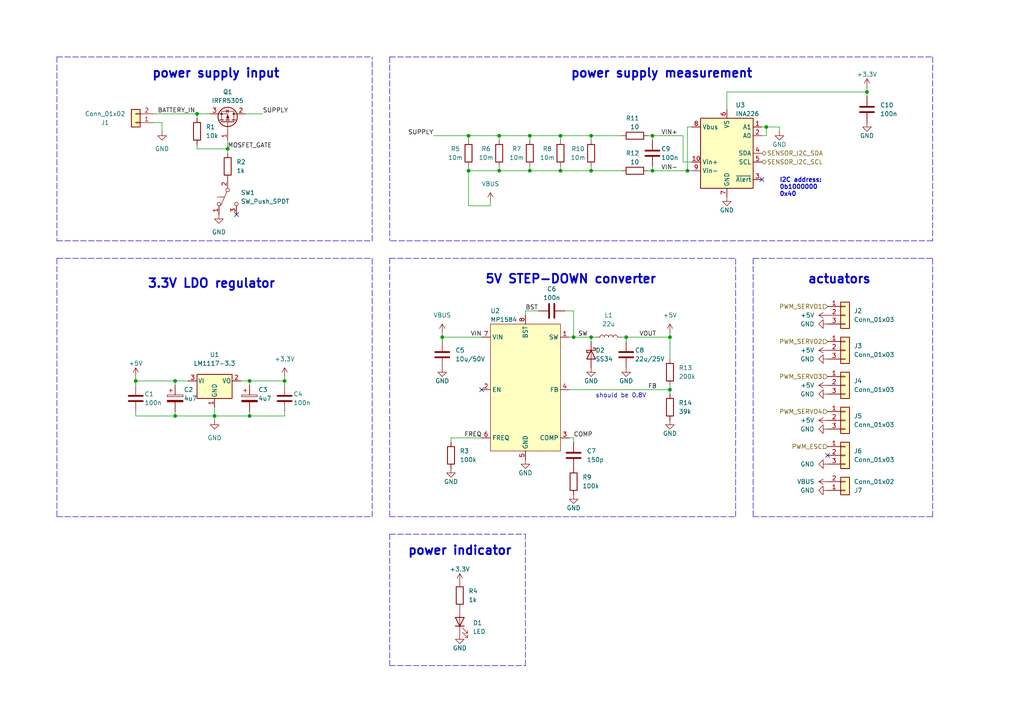
<source format=kicad_sch>
(kicad_sch (version 20211123) (generator eeschema)
  (paper "A4")
  (lib_symbols
    (symbol "Analog_ADC:INA226"
      (property "Reference" "U" (at -6.35 11.43 0))
      (property "Value" "INA226" (at 3.81 11.43 0))
      (symbol "INA226_0_1"
        (rectangle (start 7.62 10.16) (end -7.62 -10.16) (stroke (width 0.254)) (fill (type background)))
      )
      (symbol "INA226_1_1"
        (pin input line (at 10.16 7.62 180) (length 2.54) (name "A1") (number "1"))
        (pin input line (at -10.16 -2.54 0) (length 2.54) (name "Vin+") (number "10"))
        (pin input line (at 10.16 5.08 180) (length 2.54) (name "A0") (number "2"))
        (pin open_collector line (at 10.16 -7.62 180) (length 2.54) (name "~{Alert}") (number "3"))
        (pin bidirectional line (at 10.16 0 180) (length 2.54) (name "SDA") (number "4"))
        (pin input line (at 10.16 -2.54 180) (length 2.54) (name "SCL") (number "5"))
        (pin power_in line (at 0 12.7 270) (length 2.54) (name "VS") (number "6"))
        (pin power_in line (at 0 -12.7 90) (length 2.54) (name "GND") (number "7"))
        (pin input line (at -10.16 7.62 0) (length 2.54) (name "Vbus") (number "8"))
        (pin input line (at -10.16 -5.08 0) (length 2.54) (name "Vin-") (number "9"))
      )
    )
    (symbol "Connector_Generic:Conn_01x02" (pin_names (offset 1.016) hide)
      (property "Reference" "J" (at 0 2.54 0))
      (property "Value" "Conn_01x02" (at 0 -5.08 0))
      (symbol "Conn_01x02_1_1"
        (rectangle (start -1.27 -2.413) (end 0 -2.667) (stroke (width 0.1524)))
        (rectangle (start -1.27 0.127) (end 0 -0.127) (stroke (width 0.1524)))
        (rectangle (start -1.27 1.27) (end 1.27 -3.81) (stroke (width 0.254)) (fill (type background)))
        (pin passive line (at -5.08 0 0) (length 3.81) (name "Pin_1") (number "1"))
        (pin passive line (at -5.08 -2.54 0) (length 3.81) (name "Pin_2") (number "2"))
      )
    )
    (symbol "Connector_Generic:Conn_01x03" (pin_names (offset 1.016) hide)
      (property "Reference" "J" (at 0 5.08 0))
      (property "Value" "Conn_01x03" (at 0 -5.08 0))
      (symbol "Conn_01x03_1_1"
        (rectangle (start -1.27 -2.413) (end 0 -2.667) (stroke (width 0.1524)))
        (rectangle (start -1.27 0.127) (end 0 -0.127) (stroke (width 0.1524)))
        (rectangle (start -1.27 2.667) (end 0 2.413) (stroke (width 0.1524)))
        (rectangle (start -1.27 3.81) (end 1.27 -3.81) (stroke (width 0.254)) (fill (type background)))
        (pin passive line (at -5.08 2.54 0) (length 3.81) (name "Pin_1") (number "1"))
        (pin passive line (at -5.08 0 0) (length 3.81) (name "Pin_2") (number "2"))
        (pin passive line (at -5.08 -2.54 0) (length 3.81) (name "Pin_3") (number "3"))
      )
    )
    (symbol "Device:C" (pin_numbers hide) (pin_names (offset 0.254))
      (property "Reference" "C" (at 0.635 2.54 0))
      (property "Value" "C" (at 0.635 -2.54 0))
      (symbol "C_0_1"
        (polyline (pts (xy -2.032 -0.762) (xy 2.032 -0.762)) (stroke (width 0.508)))
        (polyline (pts (xy -2.032 0.762) (xy 2.032 0.762)) (stroke (width 0.508)))
      )
      (symbol "C_1_1"
        (pin passive line (at 0 3.81 270) (length 2.794) (name "~") (number "1"))
        (pin passive line (at 0 -3.81 90) (length 2.794) (name "~") (number "2"))
      )
    )
    (symbol "Device:C_Polarized" (pin_numbers hide) (pin_names (offset 0.254))
      (property "Reference" "C" (at 0.635 2.54 0))
      (property "Value" "C_Polarized" (at 0.635 -2.54 0))
      (symbol "C_Polarized_0_1"
        (rectangle (start -2.286 0.508) (end 2.286 1.016))
        (polyline (pts (xy -1.778 2.286) (xy -0.762 2.286)))
        (polyline (pts (xy -1.27 2.794) (xy -1.27 1.778)))
        (rectangle (start 2.286 -0.508) (end -2.286 -1.016) (fill (type outline)))
      )
      (symbol "C_Polarized_1_1"
        (pin passive line (at 0 3.81 270) (length 2.794) (name "~") (number "1"))
        (pin passive line (at 0 -3.81 90) (length 2.794) (name "~") (number "2"))
      )
    )
    (symbol "Device:D_Schottky" (pin_numbers hide) (pin_names (offset 1.016) hide)
      (property "Reference" "D" (at 0 2.54 0))
      (property "Value" "D_Schottky" (at 0 -2.54 0))
      (symbol "D_Schottky_0_1"
        (polyline (pts (xy 1.27 0) (xy -1.27 0)))
        (polyline (pts (xy 1.27 1.27) (xy 1.27 -1.27) (xy -1.27 0) (xy 1.27 1.27)) (stroke (width 0.254)))
        (polyline (pts (xy -1.905 0.635) (xy -1.905 1.27) (xy -1.27 1.27) (xy -1.27 -1.27) (xy -0.635 -1.27) (xy -0.635 -0.635)) (stroke (width 0.254)))
      )
      (symbol "D_Schottky_1_1"
        (pin passive line (at -3.81 0 0) (length 2.54) (name "K") (number "1"))
        (pin passive line (at 3.81 0 180) (length 2.54) (name "A") (number "2"))
      )
    )
    (symbol "Device:L" (pin_numbers hide) (pin_names (offset 1.016) hide)
      (property "Reference" "L" (at -1.27 0 90))
      (property "Value" "L" (at 1.905 0 90))
      (symbol "L_0_1"
        (arc (start 0 -2.54) (mid 0.635 -1.905) (end 0 -1.27))
        (arc (start 0 -1.27) (mid 0.635 -0.635) (end 0 0))
        (arc (start 0 0) (mid 0.635 0.635) (end 0 1.27))
        (arc (start 0 1.27) (mid 0.635 1.905) (end 0 2.54))
      )
      (symbol "L_1_1"
        (pin passive line (at 0 3.81 270) (length 1.27) (name "1") (number "1"))
        (pin passive line (at 0 -3.81 90) (length 1.27) (name "2") (number "2"))
      )
    )
    (symbol "Device:LED" (pin_numbers hide) (pin_names (offset 1.016) hide)
      (property "Reference" "D" (at 0 2.54 0))
      (property "Value" "LED" (at 0 -2.54 0))
      (symbol "LED_0_1"
        (polyline (pts (xy -1.27 -1.27) (xy -1.27 1.27)) (stroke (width 0.254)))
        (polyline (pts (xy -1.27 0) (xy 1.27 0)))
        (polyline (pts (xy 1.27 -1.27) (xy 1.27 1.27) (xy -1.27 0) (xy 1.27 -1.27)) (stroke (width 0.254)))
        (polyline (pts (xy -3.048 -0.762) (xy -4.572 -2.286) (xy -3.81 -2.286) (xy -4.572 -2.286) (xy -4.572 -1.524)))
        (polyline (pts (xy -1.778 -0.762) (xy -3.302 -2.286) (xy -2.54 -2.286) (xy -3.302 -2.286) (xy -3.302 -1.524)))
      )
      (symbol "LED_1_1"
        (pin passive line (at -3.81 0 0) (length 2.54) (name "K") (number "1"))
        (pin passive line (at 3.81 0 180) (length 2.54) (name "A") (number "2"))
      )
    )
    (symbol "Device:Q_PMOS_GDS" (pin_names (offset 0) hide)
      (property "Reference" "Q" (at 5.08 1.27 0))
      (property "Value" "Q_PMOS_GDS" (at 5.08 -1.27 0))
      (symbol "Q_PMOS_GDS_0_1"
        (polyline (pts (xy 0.254 0) (xy -2.54 0)))
        (polyline (pts (xy 0.254 1.905) (xy 0.254 -1.905)) (stroke (width 0.254)))
        (polyline (pts (xy 0.762 -1.27) (xy 0.762 -2.286)) (stroke (width 0.254)))
        (polyline (pts (xy 0.762 0.508) (xy 0.762 -0.508)) (stroke (width 0.254)))
        (polyline (pts (xy 0.762 2.286) (xy 0.762 1.27)) (stroke (width 0.254)))
        (polyline (pts (xy 2.54 2.54) (xy 2.54 1.778)))
        (polyline (pts (xy 2.54 -2.54) (xy 2.54 0) (xy 0.762 0)))
        (polyline (pts (xy 0.762 1.778) (xy 3.302 1.778) (xy 3.302 -1.778) (xy 0.762 -1.778)))
        (polyline (pts (xy 2.286 0) (xy 1.27 0.381) (xy 1.27 -0.381) (xy 2.286 0)) (fill (type outline)))
        (polyline (pts (xy 2.794 -0.508) (xy 2.921 -0.381) (xy 3.683 -0.381) (xy 3.81 -0.254)))
        (polyline (pts (xy 3.302 -0.381) (xy 2.921 0.254) (xy 3.683 0.254) (xy 3.302 -0.381)))
        (circle (center 1.651 0) (radius 2.794) (stroke (width 0.254)))
        (circle (center 2.54 -1.778) (radius 0.254) (fill (type outline)))
        (circle (center 2.54 1.778) (radius 0.254) (fill (type outline)))
      )
      (symbol "Q_PMOS_GDS_1_1"
        (pin input line (at -5.08 0 0) (length 2.54) (name "G") (number "1"))
        (pin passive line (at 2.54 5.08 270) (length 2.54) (name "D") (number "2"))
        (pin passive line (at 2.54 -5.08 90) (length 2.54) (name "S") (number "3"))
      )
    )
    (symbol "Device:R" (pin_numbers hide) (pin_names (offset 0))
      (property "Reference" "R" (at 2.032 0 90))
      (property "Value" "R" (at 0 0 90))
      (symbol "R_0_1"
        (rectangle (start -1.016 -2.54) (end 1.016 2.54) (stroke (width 0.254)))
      )
      (symbol "R_1_1"
        (pin passive line (at 0 3.81 270) (length 1.27) (name "~") (number "1"))
        (pin passive line (at 0 -3.81 90) (length 1.27) (name "~") (number "2"))
      )
    )
    (symbol "Regulator_Linear:LM1117-3.3" (pin_names (offset 0.254))
      (property "Reference" "U" (at -3.81 3.175 0))
      (property "Value" "LM1117-3.3" (at 0 3.175 0))
      (symbol "LM1117-3.3_0_1"
        (rectangle (start -5.08 -5.08) (end 5.08 1.905) (stroke (width 0.254)) (fill (type background)))
      )
      (symbol "LM1117-3.3_1_1"
        (pin power_in line (at 0 -7.62 90) (length 2.54) (name "GND") (number "1"))
        (pin power_out line (at 7.62 0 180) (length 2.54) (name "VO") (number "2"))
        (pin power_in line (at -7.62 0 0) (length 2.54) (name "VI") (number "3"))
      )
    )
    (symbol "Switch:SW_Push_SPDT" (pin_names (offset 0) hide)
      (property "Reference" "SW" (at 0 4.318 0))
      (property "Value" "SW_Push_SPDT" (at 0 -5.08 0))
      (symbol "SW_Push_SPDT_0_0"
        (circle (center -2.032 0) (radius 0.508))
        (polyline (pts (xy 0 1.016) (xy 0 3.048)))
        (circle (center 2.032 -2.54) (radius 0.508))
      )
      (symbol "SW_Push_SPDT_0_1"
        (polyline (pts (xy -1.524 0.254) (xy 2.54 2.032)))
        (circle (center 2.032 2.54) (radius 0.508))
      )
      (symbol "SW_Push_SPDT_1_1"
        (pin passive line (at 5.08 2.54 180) (length 2.54) (name "A") (number "1"))
        (pin passive line (at -5.08 0 0) (length 2.54) (name "B") (number "2"))
        (pin passive line (at 5.08 -2.54 180) (length 2.54) (name "C") (number "3"))
      )
    )
    (symbol "goose:MP1584"
      (property "Reference" "U" (at 6.985 22.225 0))
      (property "Value" "MP1584" (at 7.62 20.32 0))
      (symbol "MP1584_0_1"
        (rectangle (start -10.16 19.05) (end 10.16 -17.78) (fill (type background)))
      )
      (symbol "MP1584_1_1"
        (pin passive line (at 12.7 15.24 180) (length 2.54) (name "SW") (number "1"))
        (pin passive line (at -12.7 0 0) (length 2.54) (name "EN") (number "2"))
        (pin passive line (at 12.7 -13.97 180) (length 2.54) (name "COMP") (number "3"))
        (pin passive line (at 12.7 0 180) (length 2.54) (name "FB") (number "4"))
        (pin passive line (at 0 -20.32 90) (length 2.54) (name "GND") (number "5"))
        (pin passive line (at -12.7 -13.97 0) (length 2.54) (name "FREQ") (number "6"))
        (pin passive line (at -12.7 15.24 0) (length 2.54) (name "VIN") (number "7"))
        (pin passive line (at 0 21.59 270) (length 2.54) (name "BST") (number "8"))
      )
    )
    (symbol "power:+3.3V" (power) (pin_names (offset 0))
      (property "Value" "+3.3V" (at 0 3.556 0))
      (symbol "+3.3V_0_1"
        (polyline (pts (xy -0.762 1.27) (xy 0 2.54)))
        (polyline (pts (xy 0 0) (xy 0 2.54)))
        (polyline (pts (xy 0 2.54) (xy 0.762 1.27)))
      )
      (symbol "+3.3V_1_1"
        (pin power_in line (at 0 0 90) (length 0) hide (name "+3.3V") (number "1"))
      )
    )
    (symbol "power:+5V" (power) (pin_names (offset 0))
      (property "Value" "+5V" (at 0 3.556 0))
      (symbol "+5V_0_1"
        (polyline (pts (xy -0.762 1.27) (xy 0 2.54)))
        (polyline (pts (xy 0 0) (xy 0 2.54)))
        (polyline (pts (xy 0 2.54) (xy 0.762 1.27)))
      )
      (symbol "+5V_1_1"
        (pin power_in line (at 0 0 90) (length 0) hide (name "+5V") (number "1"))
      )
    )
    (symbol "power:GND" (power) (pin_names (offset 0))
      (property "Value" "GND" (at 0 -3.81 0))
      (symbol "GND_0_1"
        (polyline (pts (xy 0 0) (xy 0 -1.27) (xy 1.27 -1.27) (xy 0 -2.54) (xy -1.27 -1.27) (xy 0 -1.27)))
      )
      (symbol "GND_1_1"
        (pin power_in line (at 0 0 270) (length 0) hide (name "GND") (number "1"))
      )
    )
    (symbol "power:VBUS" (power) (pin_names (offset 0))
      (property "Value" "VBUS" (at 0 3.81 0))
      (symbol "VBUS_0_1"
        (polyline (pts (xy -0.762 1.27) (xy 0 2.54)))
        (polyline (pts (xy 0 0) (xy 0 2.54)))
        (polyline (pts (xy 0 2.54) (xy 0.762 1.27)))
      )
      (symbol "VBUS_1_1"
        (pin power_in line (at 0 0 90) (length 0) hide (name "VBUS") (number "1"))
      )
    )
  )
  (junction (at 166.37 97.79))
  (junction (at 144.78 39.37))
  (junction (at 128.27 97.79))
  (junction (at 181.61 97.79))
  (junction (at 251.46 26.67))
  (junction (at 153.67 39.37))
  (junction (at 50.8 120.65))
  (junction (at 194.31 113.03))
  (junction (at 39.37 110.49))
  (junction (at 194.31 97.79))
  (junction (at 66.04 43.18))
  (junction (at 72.39 120.65))
  (junction (at 144.78 49.53))
  (junction (at 171.45 97.79))
  (junction (at 222.25 36.83))
  (junction (at 199.39 49.53))
  (junction (at 50.8 110.49))
  (junction (at 162.56 49.53))
  (junction (at 162.56 39.37))
  (junction (at 135.89 49.53))
  (junction (at 62.23 120.65))
  (junction (at 135.89 39.37))
  (junction (at 189.23 39.37))
  (junction (at 171.45 39.37))
  (junction (at 72.39 110.49))
  (junction (at 171.45 49.53))
  (junction (at 189.23 49.53))
  (junction (at 57.15 33.02))
  (junction (at 153.67 49.53))
  (junction (at 82.55 110.49))
  (no_connect (at 139.7 113.03))
  (no_connect (at 68.58 62.23))
  (no_connect (at 220.98 52.07))
  (no_connect (at 240.03 132.08))
  (wire (pts (xy 199.39 49.53) (xy 199.39 36.83)))
  (polyline (pts (xy 113.03 154.94) (xy 152.4 154.94)))
  (wire (pts (xy 66.04 44.45) (xy 66.04 43.18)))
  (wire (pts (xy 46.99 35.56) (xy 46.99 38.1)))
  (wire (pts (xy 251.46 26.67) (xy 251.46 27.94)))
  (wire (pts (xy 39.37 109.22) (xy 39.37 110.49)))
  (polyline (pts (xy 113.03 16.51) (xy 113.03 69.85)))
  (polyline (pts (xy 270.51 69.85) (xy 113.03 69.85)))
  (wire (pts (xy 50.8 110.49) (xy 50.8 111.76)))
  (wire (pts (xy 171.45 40.64) (xy 171.45 39.37)))
  (wire (pts (xy 135.89 49.53) (xy 135.89 59.69)))
  (wire (pts (xy 198.12 46.99) (xy 200.66 46.99)))
  (wire (pts (xy 144.78 40.64) (xy 144.78 39.37)))
  (wire (pts (xy 222.25 36.83) (xy 226.06 36.83)))
  (wire (pts (xy 153.67 39.37) (xy 144.78 39.37)))
  (polyline (pts (xy 113.03 16.51) (xy 270.51 16.51)))
  (wire (pts (xy 162.56 49.53) (xy 171.45 49.53)))
  (wire (pts (xy 72.39 110.49) (xy 72.39 111.76)))
  (wire (pts (xy 180.34 97.79) (xy 181.61 97.79)))
  (polyline (pts (xy 16.51 16.51) (xy 16.51 69.85)))
  (wire (pts (xy 130.81 127) (xy 139.7 127)))
  (wire (pts (xy 199.39 36.83) (xy 200.66 36.83)))
  (wire (pts (xy 152.4 91.44) (xy 152.4 90.17)))
  (polyline (pts (xy 218.44 74.93) (xy 270.51 74.93)))
  (wire (pts (xy 72.39 110.49) (xy 82.55 110.49)))
  (wire (pts (xy 165.1 113.03) (xy 194.31 113.03)))
  (wire (pts (xy 144.78 39.37) (xy 135.89 39.37)))
  (polyline (pts (xy 16.51 69.85) (xy 107.95 69.85)))
  (polyline (pts (xy 218.44 149.86) (xy 270.51 149.86)))
  (wire (pts (xy 135.89 49.53) (xy 135.89 48.26)))
  (wire (pts (xy 166.37 127) (xy 166.37 128.27)))
  (polyline (pts (xy 16.51 74.93) (xy 16.51 149.86)))
  (polyline (pts (xy 113.03 154.94) (xy 113.03 193.04)))
  (wire (pts (xy 171.45 97.79) (xy 171.45 99.06)))
  (wire (pts (xy 57.15 33.02) (xy 57.15 34.29)))
  (polyline (pts (xy 16.51 149.86) (xy 107.95 149.86)))
  (wire (pts (xy 44.45 33.02) (xy 57.15 33.02)))
  (wire (pts (xy 82.55 120.65) (xy 82.55 119.38)))
  (wire (pts (xy 194.31 113.03) (xy 194.31 111.76)))
  (wire (pts (xy 135.89 59.69) (xy 142.24 59.69)))
  (wire (pts (xy 57.15 33.02) (xy 60.96 33.02)))
  (wire (pts (xy 62.23 118.11) (xy 62.23 120.65)))
  (wire (pts (xy 72.39 120.65) (xy 72.39 119.38)))
  (wire (pts (xy 166.37 90.17) (xy 166.37 97.79)))
  (wire (pts (xy 162.56 40.64) (xy 162.56 39.37)))
  (wire (pts (xy 57.15 41.91) (xy 57.15 43.18)))
  (wire (pts (xy 50.8 110.49) (xy 54.61 110.49)))
  (wire (pts (xy 50.8 119.38) (xy 50.8 120.65)))
  (wire (pts (xy 142.24 59.69) (xy 142.24 58.42)))
  (wire (pts (xy 39.37 110.49) (xy 50.8 110.49)))
  (wire (pts (xy 194.31 97.79) (xy 194.31 104.14)))
  (wire (pts (xy 153.67 49.53) (xy 162.56 49.53)))
  (wire (pts (xy 163.83 90.17) (xy 166.37 90.17)))
  (wire (pts (xy 62.23 120.65) (xy 72.39 120.65)))
  (polyline (pts (xy 113.03 74.93) (xy 113.03 149.86)))
  (wire (pts (xy 39.37 120.65) (xy 50.8 120.65)))
  (wire (pts (xy 128.27 96.52) (xy 128.27 97.79)))
  (wire (pts (xy 171.45 49.53) (xy 180.34 49.53)))
  (wire (pts (xy 198.12 39.37) (xy 198.12 46.99)))
  (wire (pts (xy 220.98 39.37) (xy 222.25 39.37)))
  (wire (pts (xy 57.15 43.18) (xy 66.04 43.18)))
  (wire (pts (xy 71.12 33.02) (xy 76.2 33.02)))
  (wire (pts (xy 194.31 113.03) (xy 194.31 114.3)))
  (wire (pts (xy 199.39 49.53) (xy 200.66 49.53)))
  (wire (pts (xy 128.27 97.79) (xy 139.7 97.79)))
  (wire (pts (xy 181.61 97.79) (xy 181.61 99.06)))
  (polyline (pts (xy 213.36 149.86) (xy 213.36 74.93)))
  (wire (pts (xy 189.23 49.53) (xy 199.39 49.53)))
  (wire (pts (xy 144.78 49.53) (xy 153.67 49.53)))
  (polyline (pts (xy 16.51 74.93) (xy 107.95 74.93)))
  (wire (pts (xy 222.25 36.83) (xy 222.25 39.37)))
  (wire (pts (xy 125.73 39.37) (xy 135.89 39.37)))
  (wire (pts (xy 194.31 96.52) (xy 194.31 97.79)))
  (wire (pts (xy 226.06 36.83) (xy 226.06 38.1)))
  (wire (pts (xy 220.98 36.83) (xy 222.25 36.83)))
  (wire (pts (xy 69.85 110.49) (xy 72.39 110.49)))
  (wire (pts (xy 171.45 39.37) (xy 180.34 39.37)))
  (wire (pts (xy 171.45 97.79) (xy 172.72 97.79)))
  (wire (pts (xy 166.37 97.79) (xy 171.45 97.79)))
  (polyline (pts (xy 107.95 69.85) (xy 107.95 16.51)))
  (wire (pts (xy 181.61 97.79) (xy 194.31 97.79)))
  (wire (pts (xy 171.45 49.53) (xy 171.45 48.26)))
  (wire (pts (xy 82.55 109.22) (xy 82.55 110.49)))
  (wire (pts (xy 39.37 110.49) (xy 39.37 111.76)))
  (wire (pts (xy 251.46 25.4) (xy 251.46 26.67)))
  (wire (pts (xy 130.81 128.27) (xy 130.81 127)))
  (wire (pts (xy 189.23 49.53) (xy 189.23 48.26)))
  (wire (pts (xy 62.23 120.65) (xy 62.23 121.92)))
  (polyline (pts (xy 270.51 16.51) (xy 270.51 69.85)))
  (wire (pts (xy 135.89 49.53) (xy 144.78 49.53)))
  (wire (pts (xy 72.39 120.65) (xy 82.55 120.65)))
  (wire (pts (xy 135.89 40.64) (xy 135.89 39.37)))
  (wire (pts (xy 144.78 49.53) (xy 144.78 48.26)))
  (wire (pts (xy 50.8 120.65) (xy 62.23 120.65)))
  (wire (pts (xy 171.45 39.37) (xy 162.56 39.37)))
  (wire (pts (xy 82.55 110.49) (xy 82.55 111.76)))
  (wire (pts (xy 44.45 35.56) (xy 46.99 35.56)))
  (wire (pts (xy 251.46 26.67) (xy 210.82 26.67)))
  (polyline (pts (xy 270.51 149.86) (xy 270.51 74.93)))
  (wire (pts (xy 162.56 39.37) (xy 153.67 39.37)))
  (wire (pts (xy 165.1 127) (xy 166.37 127)))
  (polyline (pts (xy 113.03 149.86) (xy 213.36 149.86)))
  (wire (pts (xy 162.56 49.53) (xy 162.56 48.26)))
  (wire (pts (xy 152.4 90.17) (xy 156.21 90.17)))
  (wire (pts (xy 153.67 49.53) (xy 153.67 48.26)))
  (wire (pts (xy 153.67 40.64) (xy 153.67 39.37)))
  (polyline (pts (xy 107.95 149.86) (xy 107.95 74.93)))
  (wire (pts (xy 189.23 39.37) (xy 198.12 39.37)))
  (polyline (pts (xy 218.44 74.93) (xy 218.44 149.86)))
  (wire (pts (xy 39.37 119.38) (xy 39.37 120.65)))
  (wire (pts (xy 165.1 97.79) (xy 166.37 97.79)))
  (wire (pts (xy 189.23 39.37) (xy 189.23 40.64)))
  (wire (pts (xy 128.27 97.79) (xy 128.27 99.06)))
  (polyline (pts (xy 113.03 193.04) (xy 152.4 193.04)))
  (polyline (pts (xy 113.03 74.93) (xy 213.36 74.93)))
  (wire (pts (xy 66.04 43.18) (xy 66.04 40.64)))
  (wire (pts (xy 187.96 39.37) (xy 189.23 39.37)))
  (wire (pts (xy 187.96 49.53) (xy 189.23 49.53)))
  (polyline (pts (xy 16.51 16.51) (xy 107.95 16.51)))
  (polyline (pts (xy 152.4 193.04) (xy 152.4 154.94)))
  (wire (pts (xy 210.82 26.67) (xy 210.82 31.75)))
  (text "power indicator" (at 148.59 161.29 180) (effects (font (size 2.54 2.54) (thickness 0.508) bold) (justify right bottom)))
  (text "I2C address:\n0b1000000\n0x40" (at 226.06 57.15 0) (effects (font (size 1.27 1.27) (thickness 0.254) bold) (justify left bottom)))
  (text "5V STEP-DOWN converter" (at 190.5 82.55 180) (effects (font (size 2.54 2.54) (thickness 0.508) bold) (justify right bottom)))
  (text "3.3V LDO regulator" (at 80.01 83.82 180) (effects (font (size 2.54 2.54) (thickness 0.508) bold) (justify right bottom)))
  (text "should be 0.8V" (at 172.72 115.57 0) (effects (font (size 1.27 1.27)) (justify left bottom)))
  (text "power supply input" (at 81.28 22.86 180) (effects (font (size 2.54 2.54) (thickness 0.508) bold) (justify right bottom)))
  (text "power supply measurement" (at 218.44 22.86 180) (effects (font (size 2.54 2.54) (thickness 0.508) bold) (justify right bottom)))
  (text "actuators" (at 252.73 82.55 180) (effects (font (size 2.54 2.54) (thickness 0.508) bold) (justify right bottom)))
  (label "FREQ" (at 139.7 127 180))
  (label "SUPPLY" (at 76.2 33.02 0))
  (label "VIN+" (at 191.77 39.37 0))
  (label "BST" (at 152.4 90.17 0))
  (label "FB" (at 187.96 113.03 0))
  (label "SUPPLY" (at 125.73 39.37 180))
  (label "BATTERY_IN" (at 45.72 33.02 0))
  (label "VIN-" (at 191.77 49.53 0))
  (label "COMP" (at 166.37 127 0))
  (label "VOUT" (at 185.42 97.79 0))
  (label "SW" (at 167.64 97.79 0))
  (label "VIN" (at 139.7 97.79 180))
  (label "MOSFET_GATE" (at 66.04 43.18 0))
  (hierarchical_label "PWM_SERVO4" (shape input) (at 240.03 119.38 180))
  (hierarchical_label "SENSOR_I2C_SDA" (shape bidirectional) (at 220.98 44.45 0))
  (hierarchical_label "PWM_ESC" (shape input) (at 240.03 129.54 180))
  (hierarchical_label "PWM_SERVO1" (shape input) (at 240.03 88.9 180))
  (hierarchical_label "SENSOR_I2C_SCL" (shape bidirectional) (at 220.98 46.99 0))
  (hierarchical_label "PWM_SERVO3" (shape input) (at 240.03 109.22 180))
  (hierarchical_label "PWM_SERVO2" (shape input) (at 240.03 99.06 180))
  (symbol (lib_id "power:GND") (at 152.4 133.35 0) (unit 1)
    (property "Reference" "#PWR013" (effects hide))
    (property "Value" "GND" (at 152.4 137.16 0))
  )
  (symbol (lib_id "power:GND") (at 171.45 106.68 0) (unit 1)
    (property "Reference" "#PWR015" (effects hide))
    (property "Value" "GND" (at 171.45 110.49 0))
  )
  (symbol (lib_id "Device:C") (at 82.55 115.57 0) (unit 1)
    (property "Reference" "C4" (at 85.09 114.3 0) (effects (justify left)))
    (property "Value" "100n" (at 85.09 116.84 0) (effects (justify left)))
    (property "Footprint" "Capacitor_SMD:C_0603_1608Metric" (effects hide))
  )
  (symbol (lib_id "goose:MP1584") (at 152.4 113.03 0) (unit 1)
    (property "Reference" "U2" (at 142.24 90.17 0) (effects (justify left)))
    (property "Value" "MP1584" (at 142.24 92.71 0) (effects (justify left)))
    (property "Footprint" "Package_SO:SOIC-8-1EP_3.9x4.9mm_P1.27mm_EP2.62x3.51mm_ThermalVias" (effects hide))
  )
  (symbol (lib_id "power:GND") (at 240.03 93.98 270) (unit 1)
    (property "Reference" "#PWR022" (effects hide))
    (property "Value" "GND" (at 236.22 93.98 90) (effects (justify right)))
  )
  (symbol (lib_id "power:GND") (at 181.61 106.68 0) (unit 1)
    (property "Reference" "#PWR016" (effects hide))
    (property "Value" "GND" (at 181.61 110.49 0))
  )
  (symbol (lib_id "Device:R") (at 153.67 44.45 180) (unit 1)
    (property "Reference" "R7" (at 149.86 43.18 0))
    (property "Value" "10m" (at 149.86 45.72 0))
    (property "Footprint" "Resistor_SMD:R_1206_3216Metric" (effects hide))
  )
  (symbol (lib_id "power:+5V") (at 240.03 121.92 90) (unit 1)
    (property "Reference" "#PWR027" (effects hide))
    (property "Value" "+5V" (at 236.22 121.92 90) (effects (justify left)))
  )
  (symbol (lib_id "Device:R") (at 133.35 172.72 0) (unit 1)
    (property "Reference" "R4" (at 135.89 171.4499 0) (effects (justify left)))
    (property "Value" "1k" (at 135.89 173.9899 0) (effects (justify left)))
    (property "Footprint" "Resistor_SMD:R_0603_1608Metric" (effects hide))
  )
  (symbol (lib_id "power:+5V") (at 39.37 109.22 0) (unit 1)
    (property "Reference" "#PWR02" (effects hide))
    (property "Value" "+5V" (at 39.37 105.41 0))
  )
  (symbol (lib_id "Device:R") (at 57.15 38.1 0) (unit 1)
    (property "Reference" "R1" (at 59.69 36.83 0) (effects (justify left)))
    (property "Value" "10k" (at 59.69 39.3699 0) (effects (justify left)))
    (property "Footprint" "Resistor_SMD:R_0603_1608Metric" (effects hide))
  )
  (symbol (lib_id "power:+3.3V") (at 133.35 168.91 0) (unit 1)
    (property "Reference" "#PWR010" (effects hide))
    (property "Value" "+3.3V" (at 133.35 165.1 0))
  )
  (symbol (lib_id "power:GND") (at 226.06 38.1 0) (unit 1)
    (property "Reference" "#PWR020" (effects hide))
    (property "Value" "GND" (at 226.06 41.91 0))
  )
  (symbol (lib_id "power:+5V") (at 240.03 91.44 90) (unit 1)
    (property "Reference" "#PWR021" (effects hide))
    (property "Value" "+5V" (at 236.22 91.44 90) (effects (justify left)))
  )
  (symbol (lib_id "Device:R") (at 184.15 39.37 90) (unit 1)
    (property "Reference" "R11" (at 185.42 34.29 90) (effects (justify left)))
    (property "Value" "10" (at 185.4199 36.83 90) (effects (justify left)))
    (property "Footprint" "Resistor_SMD:R_0603_1608Metric" (effects hide))
  )
  (symbol (lib_id "power:GND") (at 251.46 35.56 0) (unit 1)
    (property "Reference" "#PWR033" (effects hide))
    (property "Value" "GND" (at 251.46 39.37 0))
  )
  (symbol (lib_id "power:VBUS") (at 240.03 139.7 90) (unit 1)
    (property "Reference" "#PWR030" (effects hide))
    (property "Value" "VBUS" (at 231.14 139.7 90) (effects (justify right)))
  )
  (symbol (lib_id "Device:C_Polarized") (at 50.8 115.57 0) (unit 1)
    (property "Reference" "C2" (at 53.34 113.03 0) (effects (justify left)))
    (property "Value" "4u7" (at 53.34 115.57 0) (effects (justify left)))
    (property "Footprint" "Capacitor_Tantalum_SMD:CP_EIA-3216-18_Kemet-A" (effects hide))
  )
  (symbol (lib_id "Device:C") (at 166.37 132.08 0) (unit 1)
    (property "Reference" "C7" (at 170.18 130.8099 0) (effects (justify left)))
    (property "Value" "150p" (at 170.18 133.3499 0) (effects (justify left)))
    (property "Footprint" "Capacitor_SMD:C_0603_1608Metric" (effects hide))
  )
  (symbol (lib_id "Device:L") (at 176.53 97.79 90) (unit 1)
    (property "Reference" "L1" (at 176.53 91.44 90))
    (property "Value" "22u" (at 176.53 93.98 90))
    (property "Footprint" "Inductor_SMD:L_AVX_LMLP07A7" (effects hide))
  )
  (symbol (lib_id "Device:R") (at 171.45 44.45 180) (unit 1)
    (property "Reference" "R10" (at 167.64 43.18 0))
    (property "Value" "10m" (at 167.64 45.72 0))
    (property "Footprint" "Resistor_SMD:R_1206_3216Metric" (effects hide))
  )
  (symbol (lib_id "power:GND") (at 240.03 104.14 270) (unit 1)
    (property "Reference" "#PWR024" (effects hide))
    (property "Value" "GND" (at 236.22 104.14 90) (effects (justify right)))
  )
  (symbol (lib_id "Device:C") (at 160.02 90.17 90) (unit 1)
    (property "Reference" "C6" (at 160.02 83.82 90))
    (property "Value" "100n" (at 160.02 86.36 90))
    (property "Footprint" "Capacitor_SMD:C_0603_1608Metric" (effects hide))
  )
  (symbol (lib_id "Connector_Generic:Conn_01x03") (at 245.11 121.92 0) (unit 1)
    (property "Reference" "J5" (at 247.65 120.6499 0) (effects (justify left)))
    (property "Value" "Conn_01x03" (at 247.65 123.1899 0) (effects (justify left)))
    (property "Footprint" "Connector_PinHeader_2.54mm:PinHeader_1x03_P2.54mm_Vertical" (effects hide))
  )
  (symbol (lib_id "Switch:SW_Push_SPDT") (at 66.04 57.15 90) (mirror x) (unit 1)
    (property "Reference" "SW1" (at 69.85 55.8799 90) (effects (justify right)))
    (property "Value" "SW_Push_SPDT" (at 69.85 58.4199 90) (effects (justify right)))
    (property "Footprint" "Button_Switch_THT:SW_CuK_JS202011CQN_DPDT_Straight" (effects hide))
  )
  (symbol (lib_id "power:GND") (at 46.99 38.1 0) (unit 1)
    (property "Reference" "#PWR03" (effects hide))
    (property "Value" "GND" (at 46.99 43.18 0))
  )
  (symbol (lib_id "Device:C") (at 189.23 44.45 180) (unit 1)
    (property "Reference" "C9" (at 191.77 43.18 0) (effects (justify right)))
    (property "Value" "100n" (at 191.77 45.72 0) (effects (justify right)))
    (property "Footprint" "Capacitor_SMD:C_0603_1608Metric" (effects hide))
  )
  (symbol (lib_id "Device:R") (at 162.56 44.45 180) (unit 1)
    (property "Reference" "R8" (at 158.75 43.18 0))
    (property "Value" "10m" (at 158.75 45.72 0))
    (property "Footprint" "Resistor_SMD:R_1206_3216Metric" (effects hide))
  )
  (symbol (lib_id "Device:C") (at 181.61 102.87 180) (unit 1)
    (property "Reference" "C8" (at 184.15 101.6 0) (effects (justify right)))
    (property "Value" "22u/25V" (at 184.15 104.14 0) (effects (justify right)))
    (property "Footprint" "Capacitor_SMD:C_1206_3216Metric" (effects hide))
  )
  (symbol (lib_id "Device:LED") (at 133.35 180.34 90) (unit 1)
    (property "Reference" "D1" (at 137.16 180.6574 90) (effects (justify right)))
    (property "Value" "LED" (at 137.16 183.1974 90) (effects (justify right)))
    (property "Footprint" "LED_SMD:LED_0603_1608Metric" (effects hide))
  )
  (symbol (lib_id "Device:R") (at 66.04 48.26 0) (unit 1)
    (property "Reference" "R2" (at 68.58 46.99 0) (effects (justify left)))
    (property "Value" "1k" (at 68.58 49.5299 0) (effects (justify left)))
    (property "Footprint" "Resistor_SMD:R_0603_1608Metric" (effects hide))
  )
  (symbol (lib_id "power:GND") (at 210.82 57.15 0) (unit 1)
    (property "Reference" "#PWR019" (effects hide))
    (property "Value" "GND" (at 210.82 60.96 0))
  )
  (symbol (lib_id "power:+3.3V") (at 251.46 25.4 0) (unit 1)
    (property "Reference" "#PWR032" (effects hide))
    (property "Value" "+3.3V" (at 251.46 21.59 0))
  )
  (symbol (lib_id "Device:R") (at 184.15 49.53 90) (unit 1)
    (property "Reference" "R12" (at 185.42 44.45 90) (effects (justify left)))
    (property "Value" "10" (at 185.4199 46.99 90) (effects (justify left)))
    (property "Footprint" "Resistor_SMD:R_0603_1608Metric" (effects hide))
  )
  (symbol (lib_id "Connector_Generic:Conn_01x03") (at 245.11 132.08 0) (unit 1)
    (property "Reference" "J6" (at 247.65 130.8099 0) (effects (justify left)))
    (property "Value" "Conn_01x03" (at 247.65 133.3499 0) (effects (justify left)))
    (property "Footprint" "Connector_PinHeader_2.54mm:PinHeader_1x03_P2.54mm_Vertical" (effects hide))
  )
  (symbol (lib_id "power:GND") (at 63.5 62.23 0) (unit 1)
    (property "Reference" "#PWR05" (effects hide))
    (property "Value" "GND" (at 63.5 67.31 0))
  )
  (symbol (lib_id "Device:R") (at 194.31 118.11 180) (unit 1)
    (property "Reference" "R14" (at 196.85 116.8399 0) (effects (justify right)))
    (property "Value" "39k" (at 196.85 119.3799 0) (effects (justify right)))
    (property "Footprint" "Resistor_SMD:R_0603_1608Metric" (effects hide))
  )
  (symbol (lib_id "power:GND") (at 240.03 114.3 270) (unit 1)
    (property "Reference" "#PWR026" (effects hide))
    (property "Value" "GND" (at 236.22 114.3 90) (effects (justify right)))
  )
  (symbol (lib_id "Device:R") (at 135.89 44.45 180) (unit 1)
    (property "Reference" "R5" (at 132.08 43.18 0))
    (property "Value" "10m" (at 132.08 45.72 0))
    (property "Footprint" "Resistor_SMD:R_1206_3216Metric" (effects hide))
  )
  (symbol (lib_id "power:+5V") (at 240.03 111.76 90) (unit 1)
    (property "Reference" "#PWR025" (effects hide))
    (property "Value" "+5V" (at 236.22 111.76 90) (effects (justify left)))
  )
  (symbol (lib_id "Device:C") (at 251.46 31.75 180) (unit 1)
    (property "Reference" "C10" (at 255.27 30.48 0) (effects (justify right)))
    (property "Value" "100n" (at 255.27 33.02 0) (effects (justify right)))
    (property "Footprint" "Capacitor_SMD:C_0603_1608Metric" (effects hide))
  )
  (symbol (lib_id "Device:D_Schottky") (at 171.45 102.87 270) (unit 1)
    (property "Reference" "D2" (at 172.72 101.6 90) (effects (justify left)))
    (property "Value" "SS34" (at 172.72 104.14 90) (effects (justify left)))
    (property "Footprint" "Diode_SMD:D_SMA" (effects hide))
  )
  (symbol (lib_id "Connector_Generic:Conn_01x02") (at 39.37 35.56 180) (unit 1)
    (property "Reference" "J1" (at 30.48 35.56 0))
    (property "Value" "Conn_01x02" (at 30.48 33.02 0))
    (property "Footprint" "Connector_AMASS:AMASS_XT60-M_1x02_P7.20mm_Vertical" (effects hide))
  )
  (symbol (lib_id "Connector_Generic:Conn_01x03") (at 245.11 91.44 0) (unit 1)
    (property "Reference" "J2" (at 247.65 90.1699 0) (effects (justify left)))
    (property "Value" "Conn_01x03" (at 247.65 92.7099 0) (effects (justify left)))
    (property "Footprint" "Connector_PinHeader_2.54mm:PinHeader_1x03_P2.54mm_Vertical" (effects hide))
  )
  (symbol (lib_id "power:GND") (at 240.03 134.62 270) (unit 1)
    (property "Reference" "#PWR029" (effects hide))
    (property "Value" "GND" (at 236.22 134.62 90) (effects (justify right)))
  )
  (symbol (lib_id "Device:R") (at 194.31 107.95 180) (unit 1)
    (property "Reference" "R13" (at 196.85 106.6799 0) (effects (justify right)))
    (property "Value" "200k" (at 196.85 109.2199 0) (effects (justify right)))
    (property "Footprint" "Resistor_SMD:R_0603_1608Metric" (effects hide))
  )
  (symbol (lib_id "power:VBUS") (at 128.27 96.52 0) (unit 1)
    (property "Reference" "#PWR07" (effects hide))
    (property "Value" "VBUS" (at 128.27 91.44 0))
  )
  (symbol (lib_id "power:GND") (at 128.27 106.68 0) (unit 1)
    (property "Reference" "#PWR08" (effects hide))
    (property "Value" "GND" (at 128.27 110.49 0))
  )
  (symbol (lib_id "Device:R") (at 166.37 139.7 0) (unit 1)
    (property "Reference" "R9" (at 168.91 138.4299 0) (effects (justify left)))
    (property "Value" "100k" (at 168.91 140.9699 0) (effects (justify left)))
    (property "Footprint" "Resistor_SMD:R_0603_1608Metric" (effects hide))
  )
  (symbol (lib_id "Device:R") (at 144.78 44.45 180) (unit 1)
    (property "Reference" "R6" (at 140.97 43.18 0))
    (property "Value" "10m" (at 140.97 45.72 0))
    (property "Footprint" "Resistor_SMD:R_1206_3216Metric" (effects hide))
  )
  (symbol (lib_id "power:GND") (at 240.03 142.24 270) (unit 1)
    (property "Reference" "#PWR031" (effects hide))
    (property "Value" "GND" (at 236.22 142.24 90) (effects (justify right)))
  )
  (symbol (lib_id "Connector_Generic:Conn_01x03") (at 245.11 101.6 0) (unit 1)
    (property "Reference" "J3" (at 247.65 100.3299 0) (effects (justify left)))
    (property "Value" "Conn_01x03" (at 247.65 102.8699 0) (effects (justify left)))
    (property "Footprint" "Connector_PinHeader_2.54mm:PinHeader_1x03_P2.54mm_Vertical" (effects hide))
  )
  (symbol (lib_id "Device:Q_PMOS_GDS") (at 66.04 35.56 270) (mirror x) (unit 1)
    (property "Reference" "Q1" (at 66.04 26.67 90))
    (property "Value" "IRFR5305" (at 66.04 29.21 90))
    (property "Footprint" "Package_TO_SOT_SMD:TO-252-2" (effects hide))
  )
  (symbol (lib_id "Device:C") (at 39.37 115.57 0) (unit 1)
    (property "Reference" "C1" (at 41.91 114.3 0) (effects (justify left)))
    (property "Value" "100n" (at 41.91 116.84 0) (effects (justify left)))
    (property "Footprint" "Capacitor_SMD:C_0603_1608Metric" (effects hide))
  )
  (symbol (lib_id "power:+5V") (at 194.31 96.52 0) (unit 1)
    (property "Reference" "#PWR017" (effects hide))
    (property "Value" "+5V" (at 194.31 91.44 0))
  )
  (symbol (lib_id "Device:C") (at 128.27 102.87 180) (unit 1)
    (property "Reference" "C5" (at 132.08 101.5999 0) (effects (justify right)))
    (property "Value" "10u/50V" (at 132.08 104.14 0) (effects (justify right)))
    (property "Footprint" "Capacitor_SMD:C_1206_3216Metric" (effects hide))
  )
  (symbol (lib_id "Connector_Generic:Conn_01x03") (at 245.11 111.76 0) (unit 1)
    (property "Reference" "J4" (at 247.65 110.4899 0) (effects (justify left)))
    (property "Value" "Conn_01x03" (at 247.65 113.0299 0) (effects (justify left)))
    (property "Footprint" "Connector_PinHeader_2.54mm:PinHeader_1x03_P2.54mm_Vertical" (effects hide))
  )
  (symbol (lib_id "power:+3.3V") (at 82.55 109.22 0) (unit 1)
    (property "Reference" "#PWR06" (effects hide))
    (property "Value" "+3.3V" (at 82.55 104.14 0))
  )
  (symbol (lib_id "Regulator_Linear:LM1117-3.3") (at 62.23 110.49 0) (unit 1)
    (property "Reference" "U1" (at 62.23 102.87 0))
    (property "Value" "LM1117-3.3" (at 62.23 105.41 0))
    (property "Footprint" "Package_TO_SOT_SMD:SOT-223-3_TabPin2" (effects hide))
    (property "Datasheet" "http://www.ti.com/lit/ds/symlink/lm1117.pdf" (effects hide))
  )
  (symbol (lib_id "power:GND") (at 166.37 143.51 0) (unit 1)
    (property "Reference" "#PWR014" (effects hide))
    (property "Value" "GND" (at 166.37 147.32 0))
  )
  (symbol (lib_id "Device:R") (at 130.81 132.08 0) (unit 1)
    (property "Reference" "R3" (at 133.35 130.8099 0) (effects (justify left)))
    (property "Value" "100k" (at 133.35 133.3499 0) (effects (justify left)))
    (property "Footprint" "Resistor_SMD:R_0603_1608Metric" (effects hide))
  )
  (symbol (lib_id "power:GND") (at 130.81 135.89 0) (unit 1)
    (property "Reference" "#PWR09" (effects hide))
    (property "Value" "GND" (at 130.81 139.7 0))
  )
  (symbol (lib_id "Connector_Generic:Conn_01x02") (at 245.11 142.24 0) (mirror x) (unit 1)
    (property "Reference" "J7" (at 248.92 142.24 0))
    (property "Value" "Conn_01x02" (at 247.65 139.7 0) (effects (justify left)))
    (property "Footprint" "Connector_AMASS:AMASS_XT60-F_1x02_P7.20mm_Vertical" (effects hide))
  )
  (symbol (lib_id "Analog_ADC:INA226") (at 210.82 44.45 0) (unit 1)
    (property "Reference" "U3" (at 213.36 30.48 0) (effects (justify left)))
    (property "Value" "INA226" (at 213.36 33.02 0) (effects (justify left)))
    (property "Footprint" "Package_SO:VSSOP-10_3x3mm_P0.5mm" (effects hide))
    (property "Datasheet" "http://www.ti.com/lit/ds/symlink/ina226.pdf" (effects hide))
  )
  (symbol (lib_id "power:GND") (at 62.23 121.92 0) (unit 1)
    (property "Reference" "#PWR04" (effects hide))
    (property "Value" "GND" (at 62.23 127 0))
  )
  (symbol (lib_id "power:VBUS") (at 142.24 58.42 0) (unit 1)
    (property "Reference" "#PWR012" (effects hide))
    (property "Value" "VBUS" (at 142.24 53.34 0))
  )
  (symbol (lib_id "Device:C_Polarized") (at 72.39 115.57 0) (unit 1)
    (property "Reference" "C3" (at 74.93 113.03 0) (effects (justify left)))
    (property "Value" "4u7" (at 74.93 115.57 0) (effects (justify left)))
    (property "Footprint" "Capacitor_Tantalum_SMD:CP_EIA-3216-18_Kemet-A" (effects hide))
  )
  (symbol (lib_id "power:GND") (at 133.35 184.15 0) (unit 1)
    (property "Reference" "#PWR011" (effects hide))
    (property "Value" "GND" (at 133.35 187.96 0))
  )
  (symbol (lib_id "power:+5V") (at 240.03 101.6 90) (unit 1)
    (property "Reference" "#PWR023" (effects hide))
    (property "Value" "+5V" (at 236.22 101.6 90) (effects (justify left)))
  )
  (symbol (lib_id "power:GND") (at 194.31 121.92 0) (unit 1)
    (property "Reference" "#PWR018" (effects hide))
    (property "Value" "GND" (at 194.31 125.73 0))
  )
  (symbol (lib_id "power:GND") (at 240.03 124.46 270) (unit 1)
    (property "Reference" "#PWR028" (effects hide))
    (property "Value" "GND" (at 236.22 124.46 90) (effects (justify right)))
  )
)
</source>
